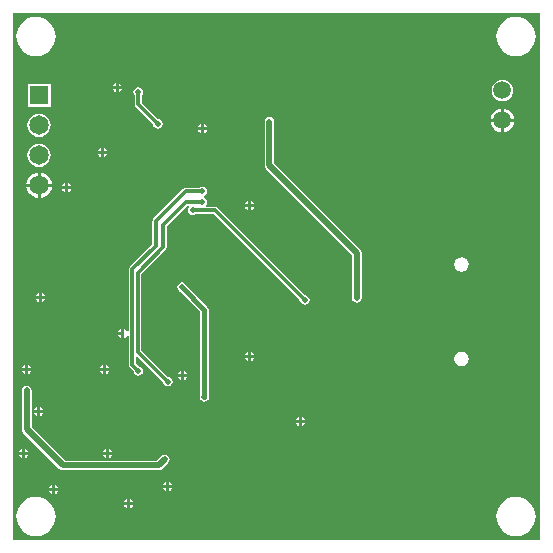
<source format=gbl>
G04*
G04 #@! TF.GenerationSoftware,Altium Limited,Altium Designer,20.0.13 (296)*
G04*
G04 Layer_Physical_Order=2*
G04 Layer_Color=16711680*
%FSLAX25Y25*%
%MOIN*%
G70*
G01*
G75*
%ADD57C,0.06496*%
%ADD58R,0.06496X0.06496*%
%ADD63C,0.01968*%
%ADD64C,0.01181*%
%ADD65C,0.01500*%
%ADD66C,0.05906*%
%ADD67C,0.01181*%
%ADD68C,0.01968*%
G36*
X262969Y351205D02*
X87425D01*
Y526748D01*
X262969D01*
Y351205D01*
D02*
G37*
%LPC*%
G36*
X255000Y525535D02*
X253725Y525410D01*
X252499Y525038D01*
X251369Y524434D01*
X250379Y523621D01*
X249566Y522631D01*
X248962Y521501D01*
X248590Y520275D01*
X248465Y519000D01*
X248590Y517725D01*
X248962Y516499D01*
X249566Y515369D01*
X250379Y514379D01*
X251369Y513566D01*
X252499Y512962D01*
X253725Y512590D01*
X255000Y512465D01*
X256275Y512590D01*
X257501Y512962D01*
X258631Y513566D01*
X259621Y514379D01*
X260434Y515369D01*
X261038Y516499D01*
X261410Y517725D01*
X261535Y519000D01*
X261410Y520275D01*
X261038Y521501D01*
X260434Y522631D01*
X259621Y523621D01*
X258631Y524434D01*
X257501Y525038D01*
X256275Y525410D01*
X255000Y525535D01*
D02*
G37*
G36*
X95000D02*
X93725Y525410D01*
X92499Y525038D01*
X91369Y524434D01*
X90379Y523621D01*
X89566Y522631D01*
X88962Y521501D01*
X88590Y520275D01*
X88465Y519000D01*
X88590Y517725D01*
X88962Y516499D01*
X89566Y515369D01*
X90379Y514379D01*
X91369Y513566D01*
X92499Y512962D01*
X93725Y512590D01*
X95000Y512465D01*
X96275Y512590D01*
X97501Y512962D01*
X98631Y513566D01*
X99621Y514379D01*
X100434Y515369D01*
X101038Y516499D01*
X101410Y517725D01*
X101535Y519000D01*
X101410Y520275D01*
X101038Y521501D01*
X100434Y522631D01*
X99621Y523621D01*
X98631Y524434D01*
X97501Y525038D01*
X96275Y525410D01*
X95000Y525535D01*
D02*
G37*
G36*
X122547Y503491D02*
Y502468D01*
X123570D01*
X123546Y502589D01*
X123194Y503115D01*
X122668Y503467D01*
X122547Y503491D01*
D02*
G37*
G36*
X121547D02*
X121427Y503467D01*
X120900Y503115D01*
X120549Y502589D01*
X120525Y502468D01*
X121547D01*
Y503491D01*
D02*
G37*
G36*
X123570Y501469D02*
X122547D01*
Y500446D01*
X122668Y500470D01*
X123194Y500822D01*
X123546Y501348D01*
X123570Y501469D01*
D02*
G37*
G36*
X121547D02*
X120525D01*
X120549Y501348D01*
X120900Y500822D01*
X121427Y500470D01*
X121547Y500446D01*
Y501469D01*
D02*
G37*
G36*
X250500Y504582D02*
X249573Y504460D01*
X248709Y504102D01*
X247967Y503533D01*
X247398Y502791D01*
X247040Y501927D01*
X246918Y501000D01*
X247040Y500073D01*
X247398Y499209D01*
X247967Y498467D01*
X248709Y497898D01*
X249573Y497540D01*
X250500Y497418D01*
X251427Y497540D01*
X252291Y497898D01*
X253033Y498467D01*
X253602Y499209D01*
X253960Y500073D01*
X254082Y501000D01*
X253960Y501927D01*
X253602Y502791D01*
X253033Y503533D01*
X252291Y504102D01*
X251427Y504460D01*
X250500Y504582D01*
D02*
G37*
G36*
X99910Y503217D02*
X92216D01*
Y495524D01*
X99910D01*
Y503217D01*
D02*
G37*
G36*
X251000Y494921D02*
Y491500D01*
X254421D01*
X254351Y492032D01*
X253953Y492993D01*
X253319Y493819D01*
X252493Y494453D01*
X251532Y494851D01*
X251000Y494921D01*
D02*
G37*
G36*
X250000D02*
X249468Y494851D01*
X248507Y494453D01*
X247681Y493819D01*
X247047Y492993D01*
X246649Y492032D01*
X246579Y491500D01*
X250000D01*
Y494921D01*
D02*
G37*
G36*
X151091Y489711D02*
Y488689D01*
X152113D01*
X152089Y488810D01*
X151737Y489336D01*
X151211Y489687D01*
X151091Y489711D01*
D02*
G37*
G36*
X150091D02*
X149970Y489687D01*
X149444Y489336D01*
X149092Y488810D01*
X149068Y488689D01*
X150091D01*
Y489711D01*
D02*
G37*
G36*
X129134Y502007D02*
X128516Y501885D01*
X127993Y501535D01*
X127643Y501011D01*
X127520Y500394D01*
X127643Y499776D01*
X127922Y499359D01*
Y496381D01*
X128014Y495917D01*
X128277Y495523D01*
X134003Y489797D01*
X134101Y489305D01*
X134451Y488781D01*
X134974Y488432D01*
X135592Y488309D01*
X136209Y488432D01*
X136733Y488781D01*
X137083Y489305D01*
X137206Y489923D01*
X137083Y490540D01*
X136733Y491064D01*
X136209Y491413D01*
X135718Y491511D01*
X130346Y496883D01*
Y499359D01*
X130625Y499776D01*
X130748Y500394D01*
X130625Y501011D01*
X130275Y501535D01*
X129751Y501885D01*
X129134Y502007D01*
D02*
G37*
G36*
X254421Y490500D02*
X251000D01*
Y487079D01*
X251532Y487149D01*
X252493Y487547D01*
X253319Y488181D01*
X253953Y489007D01*
X254351Y489968D01*
X254421Y490500D01*
D02*
G37*
G36*
X250000D02*
X246579D01*
X246649Y489968D01*
X247047Y489007D01*
X247681Y488181D01*
X248507Y487547D01*
X249468Y487149D01*
X250000Y487079D01*
Y490500D01*
D02*
G37*
G36*
X152113Y487689D02*
X151091D01*
Y486667D01*
X151211Y486691D01*
X151737Y487042D01*
X152089Y487568D01*
X152113Y487689D01*
D02*
G37*
G36*
X150091D02*
X149068D01*
X149092Y487568D01*
X149444Y487042D01*
X149970Y486691D01*
X150091Y486667D01*
Y487689D01*
D02*
G37*
G36*
X96063Y493250D02*
X95059Y493118D01*
X94123Y492730D01*
X93320Y492113D01*
X92703Y491310D01*
X92316Y490374D01*
X92183Y489370D01*
X92316Y488366D01*
X92703Y487430D01*
X93320Y486627D01*
X94123Y486010D01*
X95059Y485623D01*
X96063Y485490D01*
X97067Y485623D01*
X98003Y486010D01*
X98806Y486627D01*
X99423Y487430D01*
X99810Y488366D01*
X99943Y489370D01*
X99810Y490374D01*
X99423Y491310D01*
X98806Y492113D01*
X98003Y492730D01*
X97067Y493118D01*
X96063Y493250D01*
D02*
G37*
G36*
X117626Y481837D02*
Y480815D01*
X118648D01*
X118624Y480936D01*
X118273Y481462D01*
X117747Y481813D01*
X117626Y481837D01*
D02*
G37*
G36*
X116626D02*
X116505Y481813D01*
X115979Y481462D01*
X115628Y480936D01*
X115604Y480815D01*
X116626D01*
Y481837D01*
D02*
G37*
G36*
X118648Y479815D02*
X117626D01*
Y478793D01*
X117747Y478817D01*
X118273Y479168D01*
X118624Y479694D01*
X118648Y479815D01*
D02*
G37*
G36*
X116626D02*
X115604D01*
X115628Y479694D01*
X115979Y479168D01*
X116505Y478817D01*
X116626Y478793D01*
Y479815D01*
D02*
G37*
G36*
X96063Y483250D02*
X95059Y483117D01*
X94123Y482730D01*
X93320Y482113D01*
X92703Y481310D01*
X92316Y480374D01*
X92183Y479370D01*
X92316Y478366D01*
X92703Y477430D01*
X93320Y476627D01*
X94123Y476010D01*
X95059Y475623D01*
X96063Y475490D01*
X97067Y475623D01*
X98003Y476010D01*
X98806Y476627D01*
X99423Y477430D01*
X99810Y478366D01*
X99943Y479370D01*
X99810Y480374D01*
X99423Y481310D01*
X98806Y482113D01*
X98003Y482730D01*
X97067Y483117D01*
X96063Y483250D01*
D02*
G37*
G36*
X96563Y473589D02*
Y469870D01*
X100282D01*
X100202Y470479D01*
X99774Y471512D01*
X99093Y472400D01*
X98205Y473081D01*
X97172Y473509D01*
X96563Y473589D01*
D02*
G37*
G36*
X95563D02*
X94954Y473509D01*
X93921Y473081D01*
X93033Y472400D01*
X92352Y471512D01*
X91924Y470479D01*
X91844Y469870D01*
X95563D01*
Y473589D01*
D02*
G37*
G36*
X105815Y470026D02*
Y469004D01*
X106837D01*
X106813Y469125D01*
X106462Y469651D01*
X105936Y470002D01*
X105815Y470026D01*
D02*
G37*
G36*
X104815D02*
X104694Y470002D01*
X104168Y469651D01*
X103817Y469125D01*
X103793Y469004D01*
X104815D01*
Y470026D01*
D02*
G37*
G36*
X106837Y468004D02*
X105815D01*
Y466982D01*
X105936Y467006D01*
X106462Y467357D01*
X106813Y467883D01*
X106837Y468004D01*
D02*
G37*
G36*
X104815D02*
X103793D01*
X103817Y467883D01*
X104168Y467357D01*
X104694Y467006D01*
X104815Y466982D01*
Y468004D01*
D02*
G37*
G36*
X100282Y468870D02*
X96563D01*
Y465151D01*
X97172Y465231D01*
X98205Y465659D01*
X99093Y466340D01*
X99774Y467228D01*
X100202Y468261D01*
X100282Y468870D01*
D02*
G37*
G36*
X95563D02*
X91844D01*
X91924Y468261D01*
X92352Y467228D01*
X93033Y466340D01*
X93921Y465659D01*
X94954Y465231D01*
X95563Y465151D01*
Y468870D01*
D02*
G37*
G36*
X166839Y464121D02*
Y463098D01*
X167861D01*
X167837Y463219D01*
X167485Y463745D01*
X166959Y464097D01*
X166839Y464121D01*
D02*
G37*
G36*
X165839D02*
X165718Y464097D01*
X165192Y463745D01*
X164840Y463219D01*
X164816Y463098D01*
X165839D01*
Y464121D01*
D02*
G37*
G36*
X167861Y462098D02*
X166839D01*
Y461076D01*
X166959Y461100D01*
X167485Y461452D01*
X167837Y461978D01*
X167861Y462098D01*
D02*
G37*
G36*
X165839D02*
X164816D01*
X164840Y461978D01*
X165192Y461452D01*
X165718Y461100D01*
X165839Y461076D01*
Y462098D01*
D02*
G37*
G36*
X236872Y445402D02*
X235947Y445218D01*
X235163Y444695D01*
X234639Y443911D01*
X234455Y442986D01*
X234639Y442061D01*
X235163Y441277D01*
X235947Y440753D01*
X236872Y440569D01*
X237796Y440753D01*
X238580Y441277D01*
X239104Y442061D01*
X239288Y442986D01*
X239104Y443911D01*
X238580Y444695D01*
X237796Y445218D01*
X236872Y445402D01*
D02*
G37*
G36*
X96957Y433609D02*
Y432587D01*
X97979D01*
X97955Y432707D01*
X97603Y433233D01*
X97077Y433585D01*
X96957Y433609D01*
D02*
G37*
G36*
X95957D02*
X95836Y433585D01*
X95310Y433233D01*
X94958Y432707D01*
X94934Y432587D01*
X95957D01*
Y433609D01*
D02*
G37*
G36*
X97979Y431587D02*
X96957D01*
Y430564D01*
X97077Y430588D01*
X97603Y430940D01*
X97955Y431466D01*
X97979Y431587D01*
D02*
G37*
G36*
X95957D02*
X94934D01*
X94958Y431466D01*
X95310Y430940D01*
X95836Y430588D01*
X95957Y430564D01*
Y431587D01*
D02*
G37*
G36*
X172835Y492165D02*
X172217Y492042D01*
X171694Y491692D01*
X171344Y491169D01*
X171221Y490551D01*
Y475984D01*
X171344Y475367D01*
X171694Y474843D01*
X200355Y446182D01*
Y431890D01*
X200478Y431272D01*
X200827Y430749D01*
X201351Y430399D01*
X201969Y430276D01*
X202586Y430399D01*
X203110Y430749D01*
X203459Y431272D01*
X203582Y431890D01*
Y446850D01*
X203459Y447468D01*
X203110Y447991D01*
X174448Y476653D01*
Y490551D01*
X174326Y491169D01*
X173976Y491692D01*
X173452Y492042D01*
X172835Y492165D01*
D02*
G37*
G36*
X150394Y468936D02*
X149776Y468814D01*
X149359Y468535D01*
X144882D01*
X144418Y468443D01*
X144025Y468180D01*
X134182Y458337D01*
X133919Y457944D01*
X133827Y457480D01*
Y449715D01*
X126308Y442196D01*
X126045Y441803D01*
X125953Y441339D01*
Y420771D01*
X125725Y420696D01*
X125453Y420688D01*
X125147Y421147D01*
X124621Y421498D01*
X124500Y421522D01*
Y420000D01*
Y418478D01*
X124621Y418502D01*
X125147Y418853D01*
X125453Y419312D01*
X125725Y419304D01*
X125953Y419229D01*
Y409449D01*
X126045Y408985D01*
X126308Y408592D01*
X127545Y407355D01*
X127643Y406863D01*
X127993Y406339D01*
X128516Y405989D01*
X129134Y405867D01*
X129751Y405989D01*
X130275Y406339D01*
X130625Y406863D01*
X130748Y407480D01*
X130625Y408098D01*
X130275Y408621D01*
X129751Y408971D01*
X129260Y409069D01*
X128378Y409951D01*
Y412168D01*
X128840Y412359D01*
X137388Y403811D01*
X137486Y403320D01*
X137835Y402796D01*
X138359Y402446D01*
X138976Y402323D01*
X139594Y402446D01*
X140117Y402796D01*
X140467Y403320D01*
X140590Y403937D01*
X140467Y404555D01*
X140117Y405078D01*
X139594Y405428D01*
X139102Y405526D01*
X130157Y414471D01*
Y439706D01*
X138259Y447807D01*
X138522Y448201D01*
X138614Y448665D01*
Y455797D01*
X145350Y462534D01*
X145859Y462507D01*
X145923Y462417D01*
X146038Y462067D01*
X145753Y461641D01*
X145630Y461024D01*
X145753Y460406D01*
X146103Y459883D01*
X146627Y459533D01*
X147244Y459410D01*
X147862Y459533D01*
X148278Y459811D01*
X154222D01*
X183111Y430922D01*
X183191Y430521D01*
X183541Y429997D01*
X184064Y429648D01*
X184682Y429525D01*
X185299Y429648D01*
X185823Y429997D01*
X186173Y430521D01*
X186296Y431139D01*
X186173Y431756D01*
X185823Y432280D01*
X185299Y432629D01*
X184717Y432745D01*
X155582Y461881D01*
X155188Y462144D01*
X154724Y462236D01*
X151821D01*
X151715Y462386D01*
X151600Y462736D01*
X151885Y463162D01*
X152007Y463779D01*
X151885Y464397D01*
X151535Y464921D01*
X151011Y465270D01*
X150881Y465296D01*
Y465806D01*
X151011Y465832D01*
X151535Y466182D01*
X151885Y466705D01*
X152007Y467323D01*
X151885Y467940D01*
X151535Y468464D01*
X151011Y468814D01*
X150394Y468936D01*
D02*
G37*
G36*
X123500Y421522D02*
X123379Y421498D01*
X122853Y421147D01*
X122502Y420621D01*
X122478Y420500D01*
X123500D01*
Y421522D01*
D02*
G37*
G36*
Y419500D02*
X122478D01*
X122502Y419379D01*
X122853Y418853D01*
X123379Y418502D01*
X123500Y418478D01*
Y419500D01*
D02*
G37*
G36*
X166839Y413924D02*
Y412902D01*
X167861D01*
X167837Y413022D01*
X167485Y413548D01*
X166959Y413900D01*
X166839Y413924D01*
D02*
G37*
G36*
X165839D02*
X165718Y413900D01*
X165192Y413548D01*
X164840Y413022D01*
X164816Y412902D01*
X165839D01*
Y413924D01*
D02*
G37*
G36*
X167861Y411902D02*
X166839D01*
Y410879D01*
X166959Y410903D01*
X167485Y411255D01*
X167837Y411781D01*
X167861Y411902D01*
D02*
G37*
G36*
X165839D02*
X164816D01*
X164840Y411781D01*
X165192Y411255D01*
X165718Y410903D01*
X165839Y410879D01*
Y411902D01*
D02*
G37*
G36*
X236872Y413906D02*
X235947Y413722D01*
X235163Y413199D01*
X234639Y412415D01*
X234455Y411490D01*
X234639Y410565D01*
X235163Y409781D01*
X235947Y409257D01*
X236872Y409073D01*
X237796Y409257D01*
X238580Y409781D01*
X239104Y410565D01*
X239288Y411490D01*
X239104Y412415D01*
X238580Y413199D01*
X237796Y413722D01*
X236872Y413906D01*
D02*
G37*
G36*
X118500Y409522D02*
Y408500D01*
X119522D01*
X119498Y408621D01*
X119147Y409147D01*
X118621Y409498D01*
X118500Y409522D01*
D02*
G37*
G36*
X117500D02*
X117379Y409498D01*
X116853Y409147D01*
X116502Y408621D01*
X116478Y408500D01*
X117500D01*
Y409522D01*
D02*
G37*
G36*
X92500D02*
Y408500D01*
X93522D01*
X93498Y408621D01*
X93147Y409147D01*
X92621Y409498D01*
X92500Y409522D01*
D02*
G37*
G36*
X91500D02*
X91379Y409498D01*
X90853Y409147D01*
X90502Y408621D01*
X90478Y408500D01*
X91500D01*
Y409522D01*
D02*
G37*
G36*
X144500Y407522D02*
Y406500D01*
X145522D01*
X145498Y406621D01*
X145147Y407147D01*
X144621Y407498D01*
X144500Y407522D01*
D02*
G37*
G36*
X143500D02*
X143379Y407498D01*
X142853Y407147D01*
X142502Y406621D01*
X142478Y406500D01*
X143500D01*
Y407522D01*
D02*
G37*
G36*
X119522Y407500D02*
X118500D01*
Y406478D01*
X118621Y406502D01*
X119147Y406853D01*
X119498Y407379D01*
X119522Y407500D01*
D02*
G37*
G36*
X117500D02*
X116478D01*
X116502Y407379D01*
X116853Y406853D01*
X117379Y406502D01*
X117500Y406478D01*
Y407500D01*
D02*
G37*
G36*
X93522D02*
X92500D01*
Y406478D01*
X92621Y406502D01*
X93147Y406853D01*
X93498Y407379D01*
X93522Y407500D01*
D02*
G37*
G36*
X91500D02*
X90478D01*
X90502Y407379D01*
X90853Y406853D01*
X91379Y406502D01*
X91500Y406478D01*
Y407500D01*
D02*
G37*
G36*
X145522Y405500D02*
X144500D01*
Y404478D01*
X144621Y404502D01*
X145147Y404853D01*
X145498Y405379D01*
X145522Y405500D01*
D02*
G37*
G36*
X143500D02*
X142478D01*
X142502Y405379D01*
X142853Y404853D01*
X143379Y404502D01*
X143500Y404478D01*
Y405500D01*
D02*
G37*
G36*
X143701Y437047D02*
X143083Y436924D01*
X142560Y436574D01*
X142210Y436051D01*
X142087Y435433D01*
X142210Y434816D01*
X142560Y434292D01*
X143083Y433942D01*
X143288Y433902D01*
X149806Y427383D01*
Y399610D01*
X149690Y399436D01*
X149567Y398819D01*
X149690Y398201D01*
X150040Y397678D01*
X150564Y397328D01*
X151181Y397205D01*
X151799Y397328D01*
X152322Y397678D01*
X152672Y398201D01*
X152795Y398819D01*
X152672Y399436D01*
X152556Y399610D01*
Y427953D01*
X152556Y427953D01*
X152451Y428479D01*
X152153Y428925D01*
X152153Y428925D01*
X145232Y435846D01*
X145192Y436051D01*
X144842Y436574D01*
X144318Y436924D01*
X143701Y437047D01*
D02*
G37*
G36*
X96500Y395522D02*
Y394500D01*
X97522D01*
X97498Y394621D01*
X97147Y395147D01*
X96621Y395498D01*
X96500Y395522D01*
D02*
G37*
G36*
X95500D02*
X95379Y395498D01*
X94853Y395147D01*
X94502Y394621D01*
X94478Y394500D01*
X95500D01*
Y395522D01*
D02*
G37*
G36*
X97522Y393500D02*
X96500D01*
Y392478D01*
X96621Y392502D01*
X97147Y392853D01*
X97498Y393379D01*
X97522Y393500D01*
D02*
G37*
G36*
X95500D02*
X94478D01*
X94502Y393379D01*
X94853Y392853D01*
X95379Y392502D01*
X95500Y392478D01*
Y393500D01*
D02*
G37*
G36*
X183571Y392270D02*
Y391248D01*
X184593D01*
X184569Y391369D01*
X184218Y391895D01*
X183692Y392246D01*
X183571Y392270D01*
D02*
G37*
G36*
X182571D02*
X182450Y392246D01*
X181924Y391895D01*
X181573Y391369D01*
X181549Y391248D01*
X182571D01*
Y392270D01*
D02*
G37*
G36*
X184593Y390248D02*
X183571D01*
Y389226D01*
X183692Y389250D01*
X184218Y389601D01*
X184569Y390127D01*
X184593Y390248D01*
D02*
G37*
G36*
X182571D02*
X181549D01*
X181573Y390127D01*
X181924Y389601D01*
X182450Y389250D01*
X182571Y389226D01*
Y390248D01*
D02*
G37*
G36*
X119500Y381522D02*
Y380500D01*
X120522D01*
X120498Y380621D01*
X120147Y381147D01*
X119621Y381498D01*
X119500Y381522D01*
D02*
G37*
G36*
X118500D02*
X118379Y381498D01*
X117853Y381147D01*
X117502Y380621D01*
X117478Y380500D01*
X118500D01*
Y381522D01*
D02*
G37*
G36*
X91500D02*
Y380500D01*
X92522D01*
X92498Y380621D01*
X92147Y381147D01*
X91621Y381498D01*
X91500Y381522D01*
D02*
G37*
G36*
X90500D02*
X90379Y381498D01*
X89853Y381147D01*
X89502Y380621D01*
X89478Y380500D01*
X90500D01*
Y381522D01*
D02*
G37*
G36*
X120522Y379500D02*
X119500D01*
Y378478D01*
X119621Y378502D01*
X120147Y378853D01*
X120498Y379379D01*
X120522Y379500D01*
D02*
G37*
G36*
X118500D02*
X117478D01*
X117502Y379379D01*
X117853Y378853D01*
X118379Y378502D01*
X118500Y378478D01*
Y379500D01*
D02*
G37*
G36*
X92522D02*
X91500D01*
Y378478D01*
X91621Y378502D01*
X92147Y378853D01*
X92498Y379379D01*
X92522Y379500D01*
D02*
G37*
G36*
X90500D02*
X89478D01*
X89502Y379379D01*
X89853Y378853D01*
X90379Y378502D01*
X90500Y378478D01*
Y379500D01*
D02*
G37*
G36*
X92000Y402614D02*
X91382Y402491D01*
X90859Y402141D01*
X90509Y401617D01*
X90386Y401000D01*
Y388000D01*
X90509Y387383D01*
X90859Y386859D01*
X102859Y374859D01*
X103383Y374509D01*
X104000Y374386D01*
X136000D01*
X136618Y374509D01*
X137141Y374859D01*
X139141Y376859D01*
X139491Y377382D01*
X139614Y378000D01*
X139491Y378618D01*
X139141Y379141D01*
X138618Y379491D01*
X138000Y379614D01*
X137382Y379491D01*
X136859Y379141D01*
X135332Y377614D01*
X104668D01*
X93614Y388668D01*
Y401000D01*
X93491Y401617D01*
X93141Y402141D01*
X92617Y402491D01*
X92000Y402614D01*
D02*
G37*
G36*
X139500Y370522D02*
Y369500D01*
X140522D01*
X140498Y369621D01*
X140147Y370147D01*
X139621Y370498D01*
X139500Y370522D01*
D02*
G37*
G36*
X138500D02*
X138379Y370498D01*
X137853Y370147D01*
X137502Y369621D01*
X137478Y369500D01*
X138500D01*
Y370522D01*
D02*
G37*
G36*
X101500Y369522D02*
Y368500D01*
X102522D01*
X102498Y368621D01*
X102147Y369147D01*
X101621Y369498D01*
X101500Y369522D01*
D02*
G37*
G36*
X100500D02*
X100379Y369498D01*
X99853Y369147D01*
X99502Y368621D01*
X99478Y368500D01*
X100500D01*
Y369522D01*
D02*
G37*
G36*
X140522Y368500D02*
X139500D01*
Y367478D01*
X139621Y367502D01*
X140147Y367853D01*
X140498Y368379D01*
X140522Y368500D01*
D02*
G37*
G36*
X138500D02*
X137478D01*
X137502Y368379D01*
X137853Y367853D01*
X138379Y367502D01*
X138500Y367478D01*
Y368500D01*
D02*
G37*
G36*
X102522Y367500D02*
X101500D01*
Y366478D01*
X101621Y366502D01*
X102147Y366853D01*
X102498Y367379D01*
X102522Y367500D01*
D02*
G37*
G36*
X100500D02*
X99478D01*
X99502Y367379D01*
X99853Y366853D01*
X100379Y366502D01*
X100500Y366478D01*
Y367500D01*
D02*
G37*
G36*
X126484Y364711D02*
Y363689D01*
X127506D01*
X127482Y363810D01*
X127131Y364336D01*
X126605Y364687D01*
X126484Y364711D01*
D02*
G37*
G36*
X125484D02*
X125364Y364687D01*
X124838Y364336D01*
X124486Y363810D01*
X124462Y363689D01*
X125484D01*
Y364711D01*
D02*
G37*
G36*
X127506Y362689D02*
X126484D01*
Y361667D01*
X126605Y361691D01*
X127131Y362042D01*
X127482Y362568D01*
X127506Y362689D01*
D02*
G37*
G36*
X125484D02*
X124462D01*
X124486Y362568D01*
X124838Y362042D01*
X125364Y361691D01*
X125484Y361667D01*
Y362689D01*
D02*
G37*
G36*
X255000Y365535D02*
X253725Y365410D01*
X252499Y365038D01*
X251369Y364434D01*
X250379Y363621D01*
X249566Y362631D01*
X248962Y361501D01*
X248590Y360275D01*
X248465Y359000D01*
X248590Y357725D01*
X248962Y356499D01*
X249566Y355369D01*
X250379Y354379D01*
X251369Y353566D01*
X252499Y352962D01*
X253725Y352590D01*
X255000Y352465D01*
X256275Y352590D01*
X257501Y352962D01*
X258631Y353566D01*
X259621Y354379D01*
X260434Y355369D01*
X261038Y356499D01*
X261410Y357725D01*
X261535Y359000D01*
X261410Y360275D01*
X261038Y361501D01*
X260434Y362631D01*
X259621Y363621D01*
X258631Y364434D01*
X257501Y365038D01*
X256275Y365410D01*
X255000Y365535D01*
D02*
G37*
G36*
X95000D02*
X93725Y365410D01*
X92499Y365038D01*
X91369Y364434D01*
X90379Y363621D01*
X89566Y362631D01*
X88962Y361501D01*
X88590Y360275D01*
X88465Y359000D01*
X88590Y357725D01*
X88962Y356499D01*
X89566Y355369D01*
X90379Y354379D01*
X91369Y353566D01*
X92499Y352962D01*
X93725Y352590D01*
X95000Y352465D01*
X96275Y352590D01*
X97501Y352962D01*
X98631Y353566D01*
X99621Y354379D01*
X100434Y355369D01*
X101038Y356499D01*
X101410Y357725D01*
X101535Y359000D01*
X101410Y360275D01*
X101038Y361501D01*
X100434Y362631D01*
X99621Y363621D01*
X98631Y364434D01*
X97501Y365038D01*
X96275Y365410D01*
X95000Y365535D01*
D02*
G37*
%LPD*%
D57*
X96063Y479370D02*
D03*
Y489370D02*
D03*
Y469370D02*
D03*
D58*
Y499370D02*
D03*
D63*
X104000Y376000D02*
X136000D01*
X92000Y388000D02*
Y401000D01*
Y388000D02*
X104000Y376000D01*
X136000D02*
X138000Y378000D01*
X201969Y431890D02*
Y446850D01*
X172835Y475984D02*
X201969Y446850D01*
X172835Y475984D02*
Y490551D01*
D64*
X144882Y467323D02*
X150394D01*
X135039Y457480D02*
X144882Y467323D01*
X129134Y496381D02*
Y500394D01*
X184609Y431139D02*
X184682D01*
X154724Y461024D02*
X184609Y431139D01*
X147244Y461024D02*
X154724D01*
X129134Y496381D02*
X135592Y489923D01*
X127165Y409449D02*
Y441339D01*
X135039Y449213D01*
Y457480D01*
X128945Y440208D02*
X137402Y448665D01*
X144882Y463779D02*
X150394D01*
X137402Y448665D02*
Y456299D01*
X144882Y463779D01*
X128945Y413969D02*
Y440208D01*
X127165Y409449D02*
X129134Y407480D01*
X128945Y413969D02*
X138976Y403937D01*
D65*
X151181Y398819D02*
Y427953D01*
X143701Y435433D02*
X151181Y427953D01*
D66*
X250500Y501000D02*
D03*
Y491000D02*
D03*
D67*
X144000Y406000D02*
D03*
X124000Y420000D02*
D03*
X119000Y380000D02*
D03*
X101000Y368000D02*
D03*
X91000Y380000D02*
D03*
X96000Y394000D02*
D03*
X92000Y408000D02*
D03*
X118000D02*
D03*
X125984Y363189D02*
D03*
X166339Y412402D02*
D03*
Y462598D02*
D03*
X139000Y369000D02*
D03*
X183071Y390748D02*
D03*
X96457Y432087D02*
D03*
X150591Y488189D02*
D03*
X117126Y480315D02*
D03*
X105315Y468504D02*
D03*
X122047Y501968D02*
D03*
D68*
X138000Y378000D02*
D03*
X92000Y401000D02*
D03*
X201969Y431890D02*
D03*
X172835Y490551D02*
D03*
X129134Y500394D02*
D03*
X184682Y431139D02*
D03*
X143701Y435433D02*
D03*
X151181Y398819D02*
D03*
X147244Y461024D02*
D03*
X150394Y467323D02*
D03*
X135592Y489923D02*
D03*
X150394Y463779D02*
D03*
X138976Y403937D02*
D03*
X129134Y407480D02*
D03*
M02*

</source>
